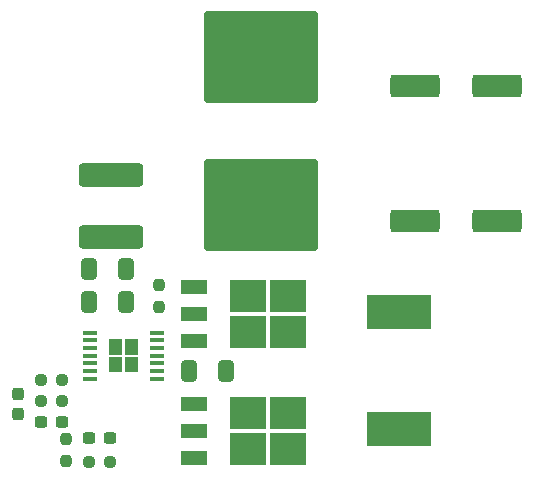
<source format=gtp>
G04 #@! TF.GenerationSoftware,KiCad,Pcbnew,6.0.9-8da3e8f707~116~ubuntu22.04.1*
G04 #@! TF.CreationDate,2022-12-04T14:32:31+01:00*
G04 #@! TF.ProjectId,pcb_15V,7063625f-3135-4562-9e6b-696361645f70,rev?*
G04 #@! TF.SameCoordinates,Original*
G04 #@! TF.FileFunction,Paste,Top*
G04 #@! TF.FilePolarity,Positive*
%FSLAX46Y46*%
G04 Gerber Fmt 4.6, Leading zero omitted, Abs format (unit mm)*
G04 Created by KiCad (PCBNEW 6.0.9-8da3e8f707~116~ubuntu22.04.1) date 2022-12-04 14:32:31*
%MOMM*%
%LPD*%
G01*
G04 APERTURE LIST*
G04 Aperture macros list*
%AMRoundRect*
0 Rectangle with rounded corners*
0 $1 Rounding radius*
0 $2 $3 $4 $5 $6 $7 $8 $9 X,Y pos of 4 corners*
0 Add a 4 corners polygon primitive as box body*
4,1,4,$2,$3,$4,$5,$6,$7,$8,$9,$2,$3,0*
0 Add four circle primitives for the rounded corners*
1,1,$1+$1,$2,$3*
1,1,$1+$1,$4,$5*
1,1,$1+$1,$6,$7*
1,1,$1+$1,$8,$9*
0 Add four rect primitives between the rounded corners*
20,1,$1+$1,$2,$3,$4,$5,0*
20,1,$1+$1,$4,$5,$6,$7,0*
20,1,$1+$1,$6,$7,$8,$9,0*
20,1,$1+$1,$8,$9,$2,$3,0*%
G04 Aperture macros list end*
%ADD10R,3.050000X2.750000*%
%ADD11R,2.200000X1.200000*%
%ADD12RoundRect,0.250000X-0.412500X-0.650000X0.412500X-0.650000X0.412500X0.650000X-0.412500X0.650000X0*%
%ADD13RoundRect,0.237500X0.300000X0.237500X-0.300000X0.237500X-0.300000X-0.237500X0.300000X-0.237500X0*%
%ADD14RoundRect,0.237500X-0.237500X0.300000X-0.237500X-0.300000X0.237500X-0.300000X0.237500X0.300000X0*%
%ADD15RoundRect,0.249998X4.550002X-3.650002X4.550002X3.650002X-4.550002X3.650002X-4.550002X-3.650002X0*%
%ADD16RoundRect,0.249999X2.450001X-0.737501X2.450001X0.737501X-2.450001X0.737501X-2.450001X-0.737501X0*%
%ADD17RoundRect,0.250000X1.825000X0.700000X-1.825000X0.700000X-1.825000X-0.700000X1.825000X-0.700000X0*%
%ADD18R,5.400000X2.900000*%
%ADD19RoundRect,0.237500X0.250000X0.237500X-0.250000X0.237500X-0.250000X-0.237500X0.250000X-0.237500X0*%
%ADD20RoundRect,0.237500X0.237500X-0.250000X0.237500X0.250000X-0.237500X0.250000X-0.237500X-0.250000X0*%
%ADD21R,1.310000X0.450000*%
G04 APERTURE END LIST*
G36*
X108866000Y-59820000D02*
G01*
X107766000Y-59820000D01*
X107766000Y-58520000D01*
X108866000Y-58520000D01*
X108866000Y-59820000D01*
G37*
G36*
X110166000Y-58320000D02*
G01*
X109066000Y-58320000D01*
X109066000Y-57020000D01*
X110166000Y-57020000D01*
X110166000Y-58320000D01*
G37*
G36*
X108866000Y-58320000D02*
G01*
X107766000Y-58320000D01*
X107766000Y-57020000D01*
X108866000Y-57020000D01*
X108866000Y-58320000D01*
G37*
G36*
X110166000Y-59820000D02*
G01*
X109066000Y-59820000D01*
X109066000Y-58520000D01*
X110166000Y-58520000D01*
X110166000Y-59820000D01*
G37*
D10*
X122901000Y-66295000D03*
X122901000Y-63245000D03*
X119551000Y-63245000D03*
X119551000Y-66295000D03*
D11*
X114926000Y-62490000D03*
X114926000Y-64770000D03*
X114926000Y-67050000D03*
D12*
X114515500Y-59690000D03*
X117640500Y-59690000D03*
D13*
X103732500Y-64008000D03*
X102007500Y-64008000D03*
D14*
X100076000Y-61621500D03*
X100076000Y-63346500D03*
D15*
X120650000Y-45620000D03*
X120650000Y-33120000D03*
D16*
X107950000Y-48357500D03*
X107950000Y-43082500D03*
D12*
X106095000Y-51054000D03*
X109220000Y-51054000D03*
X106095000Y-53848000D03*
X109220000Y-53848000D03*
D13*
X107796500Y-65381500D03*
X106071500Y-65381500D03*
D17*
X140635000Y-46990000D03*
X133685000Y-46990000D03*
X140635000Y-35560000D03*
X133685000Y-35560000D03*
D18*
X132334000Y-54740000D03*
X132334000Y-64640000D03*
D10*
X119551000Y-53339000D03*
X122901000Y-53339000D03*
X119551000Y-56389000D03*
X122901000Y-56389000D03*
D11*
X114926000Y-52584000D03*
X114926000Y-54864000D03*
X114926000Y-57144000D03*
D19*
X107846500Y-67413500D03*
X106021500Y-67413500D03*
D20*
X104140000Y-67310000D03*
X104140000Y-65485000D03*
D19*
X103782500Y-62230000D03*
X101957500Y-62230000D03*
X103782500Y-60452000D03*
X101957500Y-60452000D03*
D20*
X112014000Y-54252500D03*
X112014000Y-52427500D03*
D21*
X106121000Y-56470000D03*
X106121000Y-57120000D03*
X106121000Y-57770000D03*
X106121000Y-58420000D03*
X106121000Y-59070000D03*
X106121000Y-59720000D03*
X106121000Y-60370000D03*
X111811000Y-60370000D03*
X111811000Y-59720000D03*
X111811000Y-59070000D03*
X111811000Y-58420000D03*
X111811000Y-57770000D03*
X111811000Y-57120000D03*
X111811000Y-56470000D03*
M02*

</source>
